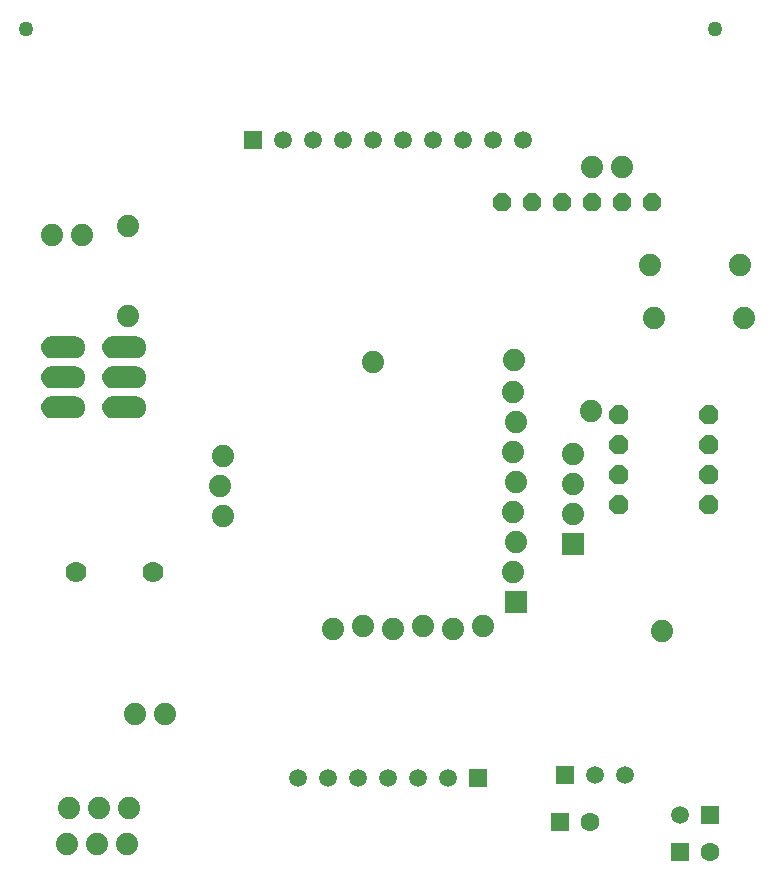
<source format=gbr>
G04 DipTrace 2.4.0.2*
%INBottom.gbr*%
%MOMM*%
%ADD14C,1.6*%
%ADD15R,1.6X1.6*%
%ADD16R,1.5X1.5*%
%ADD17C,1.5*%
%ADD18C,1.27*%
%ADD20C,1.778*%
%ADD22C,1.88*%
%FSLAX53Y53*%
G04*
G71*
G90*
G75*
G01*
%LNBottom*%
%LPD*%
D14*
X59937Y6083D3*
D15*
X57397D3*
D14*
X49770Y8583D3*
D15*
X47230D3*
D16*
X21237Y66333D3*
D17*
X23777D3*
X26317D3*
X28857D3*
X31397D3*
X33937D3*
X36477D3*
X39017D3*
X41557D3*
X44097D3*
D16*
X40287Y12333D3*
D17*
X37747D3*
X35207D3*
X32667D3*
X30127D3*
X27587D3*
X25047D3*
D16*
X59937Y9167D3*
D17*
X57397D3*
D16*
X47627Y12583D3*
D17*
X50167D3*
X52707D3*
D18*
X2000Y75750D3*
X60333D3*
D20*
X12750Y29750D3*
X6250D3*
G36*
X51859Y42262D2*
X51392Y42730D1*
Y43391D1*
X51859Y43858D1*
X52520D1*
X52988Y43391D1*
Y42730D1*
X52520Y42262D1*
X51859D1*
G37*
G36*
Y39722D2*
X51392Y40190D1*
Y40851D1*
X51859Y41318D1*
X52520D1*
X52988Y40851D1*
Y40190D1*
X52520Y39722D1*
X51859D1*
G37*
G36*
Y37182D2*
X51392Y37649D1*
Y38310D1*
X51859Y38778D1*
X52520D1*
X52988Y38310D1*
Y37649D1*
X52520Y37182D1*
X51859D1*
G37*
G36*
Y34642D2*
X51392Y35109D1*
Y35770D1*
X51859Y36238D1*
X52520D1*
X52988Y35770D1*
Y35109D1*
X52520Y34642D1*
X51859D1*
G37*
G36*
X59480D2*
X59012Y35109D1*
Y35770D1*
X59480Y36238D1*
X60141D1*
X60608Y35770D1*
Y35109D1*
X60141Y34642D1*
X59480D1*
G37*
G36*
Y37182D2*
X59012Y37649D1*
Y38310D1*
X59480Y38778D1*
X60141D1*
X60608Y38310D1*
Y37649D1*
X60141Y37182D1*
X59480D1*
G37*
G36*
Y39722D2*
X59012Y40190D1*
Y40851D1*
X59480Y41318D1*
X60141D1*
X60608Y40851D1*
Y40190D1*
X60141Y39722D1*
X59480D1*
G37*
G36*
Y42262D2*
X59012Y42730D1*
Y43391D1*
X59480Y43858D1*
X60141D1*
X60608Y43391D1*
Y42730D1*
X60141Y42262D1*
X59480D1*
G37*
G36*
X4228Y42770D2*
X3906Y42827D1*
X3623Y42990D1*
X3413Y43239D1*
X3301Y43546D1*
Y43872D1*
X3413Y44179D1*
X3622Y44429D1*
X3905Y44593D1*
X4226Y44650D1*
X6106D1*
X6427Y44593D1*
X6710Y44430D1*
X6920Y44181D1*
X7032Y43874D1*
Y43548D1*
X6921Y43241D1*
X6711Y42991D1*
X6429Y42827D1*
X6107Y42770D1*
X4228D1*
G37*
G36*
Y45310D2*
X3906Y45367D1*
X3623Y45530D1*
X3413Y45779D1*
X3301Y46086D1*
Y46412D1*
X3413Y46719D1*
X3622Y46969D1*
X3905Y47133D1*
X4226Y47190D1*
X6106D1*
X6427Y47133D1*
X6710Y46970D1*
X6920Y46721D1*
X7032Y46414D1*
Y46088D1*
X6921Y45781D1*
X6711Y45531D1*
X6429Y45367D1*
X6107Y45310D1*
X4228D1*
G37*
G36*
Y47850D2*
X3906Y47907D1*
X3623Y48070D1*
X3413Y48319D1*
X3301Y48626D1*
Y48952D1*
X3413Y49259D1*
X3622Y49509D1*
X3905Y49673D1*
X4226Y49730D1*
X6106D1*
X6427Y49673D1*
X6710Y49510D1*
X6920Y49261D1*
X7032Y48954D1*
Y48628D1*
X6921Y48321D1*
X6711Y48071D1*
X6429Y47907D1*
X6107Y47850D1*
X4228D1*
G37*
G36*
X9394Y42770D2*
X9073Y42827D1*
X8790Y42990D1*
X8580Y43239D1*
X8468Y43546D1*
Y43872D1*
X8579Y44179D1*
X8789Y44429D1*
X9071Y44593D1*
X9393Y44650D1*
X11272D1*
X11594Y44593D1*
X11877Y44430D1*
X12087Y44181D1*
X12199Y43874D1*
Y43548D1*
X12087Y43241D1*
X11878Y42991D1*
X11595Y42827D1*
X11274Y42770D1*
X9394D1*
G37*
G36*
Y45310D2*
X9073Y45367D1*
X8790Y45530D1*
X8580Y45779D1*
X8468Y46086D1*
Y46412D1*
X8579Y46719D1*
X8789Y46969D1*
X9071Y47133D1*
X9393Y47190D1*
X11272D1*
X11594Y47133D1*
X11877Y46970D1*
X12087Y46721D1*
X12199Y46414D1*
Y46088D1*
X12087Y45781D1*
X11878Y45531D1*
X11595Y45367D1*
X11274Y45310D1*
X9394D1*
G37*
G36*
Y47850D2*
X9073Y47907D1*
X8790Y48070D1*
X8580Y48319D1*
X8468Y48626D1*
Y48952D1*
X8579Y49259D1*
X8789Y49509D1*
X9071Y49673D1*
X9393Y49730D1*
X11272D1*
X11594Y49673D1*
X11877Y49510D1*
X12087Y49261D1*
X12199Y48954D1*
Y48628D1*
X12087Y48321D1*
X11878Y48071D1*
X11595Y47907D1*
X11274Y47850D1*
X9394D1*
G37*
D22*
X11230Y17750D3*
X13770D3*
X6786Y58250D3*
X4246D3*
X10667Y51440D3*
Y59060D3*
X49897Y64083D3*
X52437D3*
G36*
X42634Y61848D2*
X43082Y61400D1*
Y60766D1*
X42634Y60318D1*
X42000D1*
X41552Y60766D1*
Y61400D1*
X42000Y61848D1*
X42634D1*
G37*
G36*
X45174D2*
X45622Y61400D1*
Y60766D1*
X45174Y60318D1*
X44540D1*
X44092Y60766D1*
Y61400D1*
X44540Y61848D1*
X45174D1*
G37*
G36*
X47714D2*
X48162Y61400D1*
Y60766D1*
X47714Y60318D1*
X47080D1*
X46632Y60766D1*
Y61400D1*
X47080Y61848D1*
X47714D1*
G37*
G36*
X50254D2*
X50702Y61400D1*
Y60766D1*
X50254Y60318D1*
X49620D1*
X49172Y60766D1*
Y61400D1*
X49620Y61848D1*
X50254D1*
G37*
G36*
X52794D2*
X53242Y61400D1*
Y60766D1*
X52794Y60318D1*
X52160D1*
X51712Y60766D1*
Y61400D1*
X52160Y61848D1*
X52794D1*
G37*
G36*
X55334D2*
X55782Y61400D1*
Y60766D1*
X55334Y60318D1*
X54700D1*
X54252Y60766D1*
Y61400D1*
X54700Y61848D1*
X55334D1*
G37*
G36*
X49273Y31167D2*
X47394D1*
Y33046D1*
X49273D1*
Y31167D1*
G37*
D22*
X48333Y34647D3*
Y37187D3*
Y39727D3*
X62810Y51250D3*
X55190D3*
X62477Y55750D3*
X54857D3*
X49833Y43417D3*
X55833Y24750D3*
X18649Y34460D3*
X18395Y37000D3*
X18649Y39540D3*
G36*
X42541Y26294D2*
X44421D1*
Y28174D1*
X42541D1*
Y26294D1*
G37*
D22*
X43227Y29774D3*
X43481Y32314D3*
X43227Y34854D3*
X43481Y37394D3*
X43227Y39934D3*
X43481Y42474D3*
X43227Y45014D3*
X43346Y47701D3*
X31376Y47520D3*
X40726Y25149D3*
X38186Y24895D3*
X35646Y25149D3*
X33106Y24895D3*
X30566Y25149D3*
X28026Y24895D3*
X10707Y9750D3*
X8167D3*
X5627D3*
X10540Y6750D3*
X8000D3*
X5460D3*
M02*

</source>
